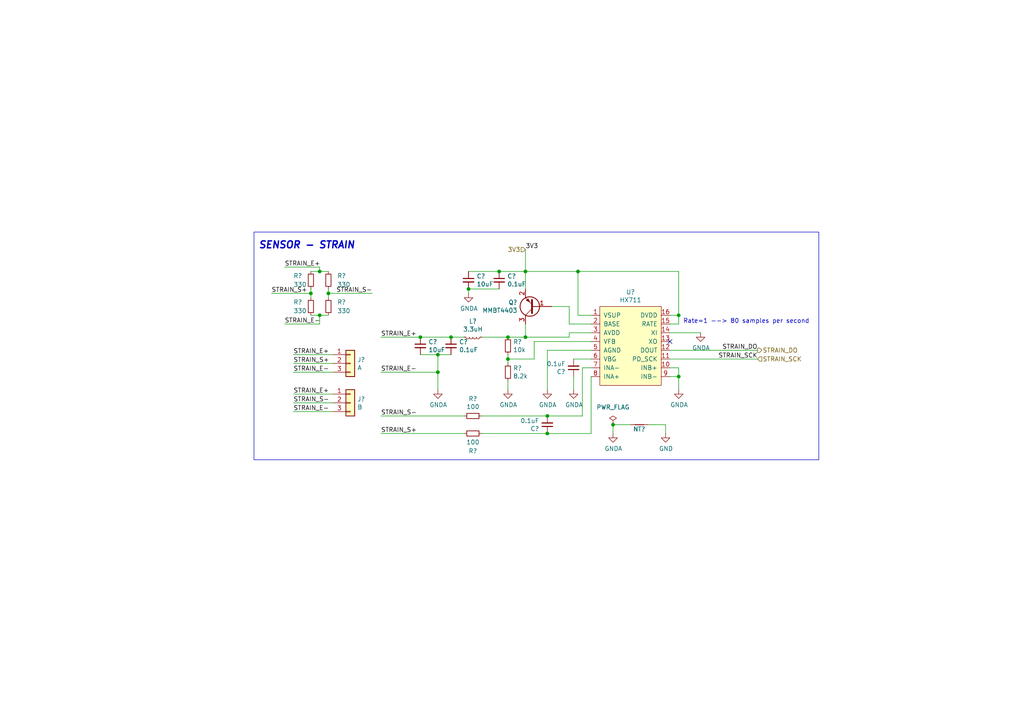
<source format=kicad_sch>
(kicad_sch (version 20230121) (generator eeschema)
  (paper "A4")
  (lib_symbols
    (symbol "Connector_Generic:Conn_01x03" (pin_names (offset 1.016) hide)
      (property "Reference" "J" (at 0 5.08 0))
      (property "Value" "Conn_01x03" (at 0 -5.08 0))
      (symbol "Conn_01x03_1_1"
        (rectangle (start -1.27 -2.413) (end 0 -2.667) (stroke (width 0.1524)))
        (rectangle (start -1.27 0.127) (end 0 -0.127) (stroke (width 0.1524)))
        (rectangle (start -1.27 2.667) (end 0 2.413) (stroke (width 0.1524)))
        (rectangle (start -1.27 3.81) (end 1.27 -3.81) (stroke (width 0.254)) (fill (type background)))
        (pin passive line (at -5.08 2.54 0) (length 3.81) (name "Pin_1") (number "1"))
        (pin passive line (at -5.08 0 0) (length 3.81) (name "Pin_2") (number "2"))
        (pin passive line (at -5.08 -2.54 0) (length 3.81) (name "Pin_3") (number "3"))
      )
    )
    (symbol "Device:C_Small" (pin_numbers hide) (pin_names (offset 0.254) hide)
      (property "Reference" "C" (at 0.254 1.778 0))
      (property "Value" "C_Small" (at 0.254 -2.032 0))
      (symbol "C_Small_0_1"
        (polyline (pts (xy -1.524 -0.508) (xy 1.524 -0.508)) (stroke (width 0.3302)))
        (polyline (pts (xy -1.524 0.508) (xy 1.524 0.508)) (stroke (width 0.3048)))
      )
      (symbol "C_Small_1_1"
        (pin passive line (at 0 2.54 270) (length 2.032) (name "~") (number "1"))
        (pin passive line (at 0 -2.54 90) (length 2.032) (name "~") (number "2"))
      )
    )
    (symbol "Device:L_Small" (pin_numbers hide) (pin_names (offset 0.254) hide)
      (property "Reference" "L" (at 0.762 1.016 0))
      (property "Value" "L_Small" (at 0.762 -1.016 0))
      (symbol "L_Small_0_1"
        (arc (start 0 -2.032) (mid 0.5058 -1.524) (end 0 -1.016))
        (arc (start 0 -1.016) (mid 0.5058 -0.508) (end 0 0))
        (arc (start 0 0) (mid 0.5058 0.508) (end 0 1.016))
        (arc (start 0 1.016) (mid 0.5058 1.524) (end 0 2.032))
      )
      (symbol "L_Small_1_1"
        (pin passive line (at 0 2.54 270) (length 0.508) (name "~") (number "1"))
        (pin passive line (at 0 -2.54 90) (length 0.508) (name "~") (number "2"))
      )
    )
    (symbol "Device:NetTie_2" (pin_numbers hide) (pin_names (offset 0) hide)
      (property "Reference" "NT" (at 0 1.27 0))
      (property "Value" "NetTie_2" (at 0 -1.27 0))
      (symbol "NetTie_2_0_1"
        (polyline (pts (xy -1.27 0) (xy 1.27 0)) (stroke (width 0.254)))
      )
      (symbol "NetTie_2_1_1"
        (pin passive line (at -2.54 0 0) (length 2.54) (name "1") (number "1"))
        (pin passive line (at 2.54 0 180) (length 2.54) (name "2") (number "2"))
      )
    )
    (symbol "Device:Q_PNP_BEC" (pin_names (offset 0) hide)
      (property "Reference" "Q" (at 5.08 1.27 0))
      (property "Value" "Q_PNP_BEC" (at 5.08 -1.27 0))
      (symbol "Q_PNP_BEC_0_1"
        (polyline (pts (xy 0.635 0.635) (xy 2.54 2.54)))
        (polyline (pts (xy 0.635 -0.635) (xy 2.54 -2.54) (xy 2.54 -2.54)))
        (polyline (pts (xy 0.635 1.905) (xy 0.635 -1.905) (xy 0.635 -1.905)) (stroke (width 0.508)))
        (polyline (pts (xy 2.286 -1.778) (xy 1.778 -2.286) (xy 1.27 -1.27) (xy 2.286 -1.778) (xy 2.286 -1.778)) (fill (type outline)))
        (circle (center 1.27 0) (radius 2.8194) (stroke (width 0.254)))
      )
      (symbol "Q_PNP_BEC_1_1"
        (pin input line (at -5.08 0 0) (length 5.715) (name "B") (number "1"))
        (pin passive line (at 2.54 -5.08 90) (length 2.54) (name "E") (number "2"))
        (pin passive line (at 2.54 5.08 270) (length 2.54) (name "C") (number "3"))
      )
    )
    (symbol "Device:R_Small" (pin_numbers hide) (pin_names (offset 0.254) hide)
      (property "Reference" "R" (at 0.762 0.508 0))
      (property "Value" "R_Small" (at 0.762 -1.016 0))
      (symbol "R_Small_0_1"
        (rectangle (start -0.762 1.778) (end 0.762 -1.778) (stroke (width 0.2032)))
      )
      (symbol "R_Small_1_1"
        (pin passive line (at 0 2.54 270) (length 0.762) (name "~") (number "1"))
        (pin passive line (at 0 -2.54 90) (length 0.762) (name "~") (number "2"))
      )
    )
    (symbol "power:GND" (power) (pin_names (offset 0))
      (property "Value" "GND" (at 0 -3.81 0))
      (symbol "GND_0_1"
        (polyline (pts (xy 0 0) (xy 0 -1.27) (xy 1.27 -1.27) (xy 0 -2.54) (xy -1.27 -1.27) (xy 0 -1.27)))
      )
      (symbol "GND_1_1"
        (pin power_in line (at 0 0 270) (length 0) hide (name "GND") (number "1"))
      )
    )
    (symbol "power:GNDA" (power) (pin_names (offset 0))
      (property "Value" "GNDA" (at 0 -3.81 0))
      (symbol "GNDA_0_1"
        (polyline (pts (xy 0 0) (xy 0 -1.27) (xy 1.27 -1.27) (xy 0 -2.54) (xy -1.27 -1.27) (xy 0 -1.27)))
      )
      (symbol "GNDA_1_1"
        (pin power_in line (at 0 0 270) (length 0) hide (name "GNDA") (number "1"))
      )
    )
    (symbol "power:PWR_FLAG" (power) (pin_numbers hide) (pin_names (offset 0) hide)
      (property "Value" "PWR_FLAG" (at 0 3.81 0))
      (symbol "PWR_FLAG_0_0"
        (pin power_out line (at 0 0 90) (length 0) (name "pwr") (number "1"))
      )
      (symbol "PWR_FLAG_0_1"
        (polyline (pts (xy 0 0) (xy 0 1.27) (xy -1.016 1.905) (xy 0 2.54) (xy 1.016 1.905) (xy 0 1.27)))
      )
    )
    (symbol "strain:HX711" (pin_names (offset 1.016))
      (property "Reference" "U" (at 5.08 12.7 0))
      (property "Value" "HX711" (at -5.08 12.7 0))
      (symbol "HX711_0_1"
        (rectangle (start -8.89 11.43) (end 8.89 -11.43) (fill (type background)))
      )
      (symbol "HX711_1_1"
        (pin power_in line (at -11.43 8.89 0) (length 2.54) (name "VSUP") (number "1"))
        (pin input line (at 11.43 -6.35 180) (length 2.54) (name "INB+") (number "10"))
        (pin input line (at 11.43 -3.81 180) (length 2.54) (name "PD_SCK") (number "11"))
        (pin output line (at 11.43 -1.27 180) (length 2.54) (name "DOUT") (number "12"))
        (pin output line (at 11.43 1.27 180) (length 2.54) (name "XO") (number "13"))
        (pin input line (at 11.43 3.81 180) (length 2.54) (name "XI") (number "14"))
        (pin input line (at 11.43 6.35 180) (length 2.54) (name "RATE") (number "15"))
        (pin power_in line (at 11.43 8.89 180) (length 2.54) (name "DVDD") (number "16"))
        (pin output line (at -11.43 6.35 0) (length 2.54) (name "BASE") (number "2"))
        (pin bidirectional line (at -11.43 3.81 0) (length 2.54) (name "AVDD") (number "3"))
        (pin input line (at -11.43 1.27 0) (length 2.54) (name "VFB") (number "4"))
        (pin power_in line (at -11.43 -1.27 0) (length 2.54) (name "AGND") (number "5"))
        (pin output line (at -11.43 -3.81 0) (length 2.54) (name "VBG") (number "6"))
        (pin input line (at -11.43 -6.35 0) (length 2.54) (name "INA-") (number "7"))
        (pin input line (at -11.43 -8.89 0) (length 2.54) (name "INA+") (number "8"))
        (pin input line (at 11.43 -8.89 180) (length 2.54) (name "INB-") (number "9"))
      )
    )
  )
  (junction (at 95.25 85.09))
  (junction (at 90.17 85.09))
  (junction (at 144.78 78.74))
  (junction (at 130.81 97.79))
  (junction (at 177.8 123.19))
  (junction (at 127 107.95))
  (junction (at 147.32 97.79))
  (junction (at 196.85 91.44))
  (junction (at 152.4 78.74))
  (junction (at 135.89 83.82))
  (junction (at 92.71 78.74))
  (junction (at 167.64 78.74))
  (junction (at 196.85 109.22))
  (junction (at 158.75 125.73))
  (junction (at 92.71 91.44))
  (junction (at 147.32 104.14))
  (junction (at 127 102.87))
  (junction (at 152.4 97.79))
  (junction (at 121.92 97.79))
  (junction (at 158.75 120.65))
  (no_connect (at 194.31 99.06))
  (wire (pts (xy 165.1 93.98) (xy 171.45 93.98)))
  (wire (pts (xy 194.31 96.52) (xy 203.2 96.52)))
  (wire (pts (xy 152.4 78.74) (xy 167.64 78.74)))
  (wire (pts (xy 196.85 109.22) (xy 196.85 113.03)))
  (wire (pts (xy 167.64 78.74) (xy 167.64 91.44)))
  (wire (pts (xy 127 102.87) (xy 127 107.95)))
  (wire (pts (xy 171.45 109.22) (xy 171.45 125.73)))
  (wire (pts (xy 196.85 91.44) (xy 194.31 91.44)))
  (wire (pts (xy 171.45 101.6) (xy 158.75 101.6)))
  (wire (pts (xy 166.37 109.22) (xy 166.37 113.03)))
  (wire (pts (xy 194.31 104.14) (xy 219.71 104.14)))
  (wire (pts (xy 95.25 85.09) (xy 107.95 85.09)))
  (wire (pts (xy 166.37 104.14) (xy 171.45 104.14)))
  (wire (pts (xy 196.85 78.74) (xy 196.85 91.44)))
  (wire (pts (xy 85.09 116.84) (xy 96.52 116.84)))
  (wire (pts (xy 167.64 91.44) (xy 171.45 91.44)))
  (wire (pts (xy 92.71 78.74) (xy 95.25 78.74)))
  (wire (pts (xy 110.49 125.73) (xy 134.62 125.73)))
  (wire (pts (xy 152.4 97.79) (xy 165.1 97.79)))
  (wire (pts (xy 127 107.95) (xy 127 113.03)))
  (wire (pts (xy 158.75 125.73) (xy 139.7 125.73)))
  (wire (pts (xy 194.31 109.22) (xy 196.85 109.22)))
  (wire (pts (xy 92.71 91.44) (xy 92.71 93.98)))
  (wire (pts (xy 194.31 93.98) (xy 196.85 93.98)))
  (wire (pts (xy 147.32 97.79) (xy 152.4 97.79)))
  (wire (pts (xy 187.96 123.19) (xy 193.04 123.19)))
  (wire (pts (xy 82.55 77.47) (xy 92.71 77.47)))
  (wire (pts (xy 154.94 104.14) (xy 154.94 99.06)))
  (wire (pts (xy 90.17 85.09) (xy 90.17 86.36)))
  (wire (pts (xy 152.4 93.98) (xy 152.4 97.79)))
  (wire (pts (xy 171.45 106.68) (xy 168.91 106.68)))
  (wire (pts (xy 177.8 123.19) (xy 182.88 123.19)))
  (wire (pts (xy 130.81 97.79) (xy 134.62 97.79)))
  (wire (pts (xy 85.09 102.87) (xy 96.52 102.87)))
  (wire (pts (xy 134.62 120.65) (xy 110.49 120.65)))
  (wire (pts (xy 167.64 78.74) (xy 196.85 78.74)))
  (wire (pts (xy 85.09 107.95) (xy 96.52 107.95)))
  (wire (pts (xy 158.75 120.65) (xy 168.91 120.65)))
  (wire (pts (xy 139.7 97.79) (xy 147.32 97.79)))
  (wire (pts (xy 139.7 120.65) (xy 158.75 120.65)))
  (wire (pts (xy 152.4 78.74) (xy 152.4 83.82)))
  (wire (pts (xy 160.02 88.9) (xy 165.1 88.9)))
  (wire (pts (xy 95.25 83.82) (xy 95.25 85.09)))
  (wire (pts (xy 135.89 85.09) (xy 135.89 83.82)))
  (wire (pts (xy 158.75 125.73) (xy 171.45 125.73)))
  (wire (pts (xy 110.49 107.95) (xy 127 107.95)))
  (wire (pts (xy 193.04 123.19) (xy 193.04 125.73)))
  (wire (pts (xy 90.17 91.44) (xy 92.71 91.44)))
  (wire (pts (xy 147.32 104.14) (xy 154.94 104.14)))
  (wire (pts (xy 82.55 93.98) (xy 92.71 93.98)))
  (wire (pts (xy 196.85 93.98) (xy 196.85 91.44)))
  (wire (pts (xy 90.17 83.82) (xy 90.17 85.09)))
  (wire (pts (xy 194.31 101.6) (xy 219.71 101.6)))
  (wire (pts (xy 177.8 125.73) (xy 177.8 123.19)))
  (wire (pts (xy 165.1 88.9) (xy 165.1 93.98)))
  (wire (pts (xy 121.92 102.87) (xy 127 102.87)))
  (wire (pts (xy 165.1 96.52) (xy 171.45 96.52)))
  (wire (pts (xy 110.49 97.79) (xy 121.92 97.79)))
  (wire (pts (xy 147.32 102.87) (xy 147.32 104.14)))
  (wire (pts (xy 85.09 119.38) (xy 96.52 119.38)))
  (wire (pts (xy 92.71 77.47) (xy 92.71 78.74)))
  (wire (pts (xy 196.85 106.68) (xy 196.85 109.22)))
  (wire (pts (xy 90.17 78.74) (xy 92.71 78.74)))
  (wire (pts (xy 127 102.87) (xy 130.81 102.87)))
  (wire (pts (xy 194.31 106.68) (xy 196.85 106.68)))
  (wire (pts (xy 121.92 97.79) (xy 130.81 97.79)))
  (wire (pts (xy 85.09 105.41) (xy 96.52 105.41)))
  (wire (pts (xy 158.75 101.6) (xy 158.75 113.03)))
  (wire (pts (xy 154.94 99.06) (xy 171.45 99.06)))
  (wire (pts (xy 152.4 72.39) (xy 152.4 78.74)))
  (wire (pts (xy 95.25 85.09) (xy 95.25 86.36)))
  (wire (pts (xy 135.89 78.74) (xy 144.78 78.74)))
  (wire (pts (xy 144.78 78.74) (xy 152.4 78.74)))
  (wire (pts (xy 165.1 97.79) (xy 165.1 96.52)))
  (wire (pts (xy 92.71 91.44) (xy 95.25 91.44)))
  (wire (pts (xy 168.91 106.68) (xy 168.91 120.65)))
  (wire (pts (xy 144.78 83.82) (xy 135.89 83.82)))
  (wire (pts (xy 147.32 113.03) (xy 147.32 110.49)))
  (wire (pts (xy 147.32 105.41) (xy 147.32 104.14)))
  (wire (pts (xy 85.09 114.3) (xy 96.52 114.3)))
  (wire (pts (xy 78.74 85.09) (xy 90.17 85.09)))
  (rectangle (start 73.66 67.31) (end 237.49 133.35))
  (text "Rate=1 --> 80 samples per second" (at 198.12 93.98 0) (effects (font (size 1.27 1.27)) (justify left bottom)))
  (text "SENSOR - STRAIN" (at 74.93 72.39 0) (effects (font (size 2.0066 2.0066) (thickness 0.4013) bold italic) (justify left bottom)))
  (label "STRAIN_E-" (at 85.09 107.95 0))
  (label "STRAIN_S+" (at 110.49 125.73 0))
  (label "STRAIN_S-" (at 85.09 116.84 0))
  (label "STRAIN_E-" (at 85.09 119.38 0))
  (label "STRAIN_E+" (at 85.09 114.3 0))
  (label "STRAIN_E+" (at 82.55 77.47 0))
  (label "STRAIN_S-" (at 110.49 120.65 0))
  (label "STRAIN_E+" (at 85.09 102.87 0))
  (label "STRAIN_E-" (at 110.49 107.95 0))
  (label "STRAIN_S-" (at 107.95 85.09 180))
  (label "STRAIN_DO" (at 219.71 101.6 180))
  (label "STRAIN_E-" (at 82.55 93.98 0))
  (label "STRAIN_S+" (at 85.09 105.41 0))
  (label "STRAIN_S+" (at 78.74 85.09 0))
  (label "STRAIN_E+" (at 110.49 97.79 0))
  (label "3V3" (at 152.4 72.39 0))
  (label "STRAIN_SCK" (at 219.71 104.14 180))
  (hierarchical_label "STRAIN_SCK" (shape input) (at 219.71 104.14 0))
  (hierarchical_label "3V3" (shape input) (at 152.4 72.39 180))
  (hierarchical_label "STRAIN_DO" (shape output) (at 219.71 101.6 0))
  (symbol (lib_id "Device:Q_PNP_BEC") (at 154.94 88.9 180) (unit 1)
    (property "Reference" "Q?" (at 150.0886 87.7316 0) (effects (justify left)))
    (property "Value" "MMBT4403" (at 150.0886 90.043 0) (effects (justify left)))
    (property "Footprint" "Package_TO_SOT_SMD:SOT-23" (effects hide))
    (property "LCSC" "C78864" (effects hide))
    (property "Digikey" "MMBT4403LT1GOSCT-ND" (effects hide))
    (property "Mouser" "241-MMBT4403R100001" (effects hide))
    (instances (project "view_base" (path "" (reference "Q?") (unit 1)) (path "" (reference "Q2") (unit 1))))
  )
  (symbol (lib_id "Device:C_Small") (at 135.89 81.28 0) (unit 1)
    (property "Reference" "C?" (at 138.2268 80.1116 0) (effects (justify left)))
    (property "Value" "10uF" (at 138.2268 82.423 0) (effects (justify left)))
    (property "Footprint" "Capacitor_SMD:C_0805_2012Metric" (effects hide))
    (property "LCSC" "C15850" (effects hide))
    (property "Digikey" "1276-2891-1-ND" (effects hide))
    (property "Mouser" "187-CL21A106KAYNNNE" (effects hide))
    (instances (project "view_base" (path "" (reference "C?") (unit 1)) (path "" (reference "C45") (unit 1))))
  )
  (symbol (lib_id "power:GNDA") (at 203.2 96.52 0) (unit 1)
    (property "Reference" "#PWR?" (effects hide))
    (property "Value" "GNDA" (at 203.327 100.9142 0))
    (instances (project "view_base" (path "" (reference "#PWR?") (unit 1)) (path "" (reference "#PWR036") (unit 1))))
  )
  (symbol (lib_id "Device:C_Small") (at 121.92 100.33 0) (unit 1)
    (property "Reference" "C?" (at 124.2568 99.1616 0) (effects (justify left)))
    (property "Value" "10uF" (at 124.2568 101.473 0) (effects (justify left)))
    (property "Footprint" "Capacitor_SMD:C_0805_2012Metric" (effects hide))
    (property "LCSC" "C15850" (effects hide))
    (property "Digikey" "1276-2891-1-ND" (effects hide))
    (property "Mouser" "187-CL21A106KAYNNNE" (effects hide))
    (instances (project "view_base" (path "" (reference "C?") (unit 1)) (path "" (reference "C43") (unit 1))))
  )
  (symbol (lib_id "Device:R_Small") (at 90.17 81.28 0) (unit 1)
    (property "Reference" "R?" (at 85.09 80.01 0) (effects (justify left)))
    (property "Value" "330" (at 85.09 82.55 0) (effects (justify left)))
    (property "Footprint" "Resistor_SMD:R_2512_6332Metric" (effects hide))
    (property "LCSC" "C19866" (effects hide))
    (instances (project "view_base" (path "" (reference "R?") (unit 1)) (path "" (reference "R26") (unit 1))))
  )
  (symbol (lib_id "Connector_Generic:Conn_01x03") (at 101.6 105.41 0) (unit 1)
    (property "Reference" "J?" (at 103.632 104.3432 0) (effects (justify left)))
    (property "Value" "A" (at 103.632 106.6546 0) (effects (justify left)))
    (property "Footprint" "SolderPads:SolderPads_2mm_3_STRAIN" (effects hide))
    (instances (project "view_base" (path "" (reference "J?") (unit 1)) (path "" (reference "J7") (unit 1))))
  )
  (symbol (lib_id "Device:C_Small") (at 158.75 123.19 180) (unit 1)
    (property "Reference" "C?" (at 156.4132 124.3584 0) (effects (justify left)))
    (property "Value" "0.1uF" (at 156.4132 122.047 0) (effects (justify left)))
    (property "Footprint" "Capacitor_SMD:C_0805_2012Metric" (effects hide))
    (property "LCSC" "C1591" (effects hide))
    (property "Digikey" "1276-1935-1-ND" (effects hide))
    (property "Mouser" "187-CL10B104KB8NNWC" (effects hide))
    (instances (project "view_base" (path "" (reference "C?") (unit 1)) (path "" (reference "C47") (unit 1))))
  )
  (symbol (lib_id "strain:HX711") (at 182.88 100.33 0) (unit 1)
    (property "Reference" "U?" (at 182.88 84.709 0))
    (property "Value" "HX711" (at 182.88 87.0204 0))
    (property "Footprint" "Package_SO:SOIC-16_3.9x9.9mm_P1.27mm" (effects hide))
    (property "LCSC" "C43656" (effects hide))
    (property "Digikey" "N/A" (effects hide))
    (property "Mouser" "N/A" (effects hide))
    (instances (project "view_base" (path "" (reference "U?") (unit 1)) (path "" (reference "U3") (unit 1))))
  )
  (symbol (lib_id "Device:L_Small") (at 137.16 97.79 270) (unit 1)
    (property "Reference" "L?" (at 137.16 93.1926 90))
    (property "Value" "3.3uH" (at 137.16 95.504 90))
    (property "Footprint" "Inductor_SMD:L_0805_2012Metric" (effects hide))
    (property "LCSC" "C307744" (effects hide))
    (property "Digikey" "445-6394-1-ND" (effects hide))
    (property "Mouser" "810-MLZ2012A3R3WT000" (effects hide))
    (instances (project "view_base" (path "" (reference "L?") (unit 1)) (path "" (reference "L3") (unit 1))))
  )
  (symbol (lib_id "Device:R_Small") (at 137.16 120.65 270) (unit 1)
    (property "Reference" "R?" (at 137.16 115.6716 90))
    (property "Value" "100" (at 137.16 117.983 90))
    (property "Footprint" "Resistor_SMD:R_0805_2012Metric" (effects hide))
    (property "LCSC" "C319953" (effects hide))
    (property "Digikey" "RMCF0603FT100RCT-ND" (effects hide))
    (property "Mouser" "652-CR0603FX-1000ELF" (effects hide))
    (instances (project "view_base" (path "" (reference "R?") (unit 1)) (path "" (reference "R30") (unit 1))))
  )
  (symbol (lib_id "power:GNDA") (at 177.8 125.73 0) (unit 1)
    (property "Reference" "#PWR?" (effects hide))
    (property "Value" "GNDA" (at 177.927 130.1242 0))
    (instances (project "view_base" (path "" (reference "#PWR?") (unit 1)) (path "" (reference "#PWR033") (unit 1))))
  )
  (symbol (lib_id "power:GNDA") (at 158.75 113.03 0) (unit 1)
    (property "Reference" "#PWR?" (effects hide))
    (property "Value" "GNDA" (at 158.877 117.4242 0))
    (instances (project "view_base" (path "" (reference "#PWR?") (unit 1)) (path "" (reference "#PWR031") (unit 1))))
  )
  (symbol (lib_id "Device:NetTie_2") (at 185.42 123.19 0) (unit 1) (in_bom no)
    (property "Reference" "NT?" (at 185.42 124.46 0))
    (property "Value" "NetTie_2" (effects hide))
    (property "Footprint" "NetTie:NetTie-2_SMD_Pad0.5mm" (effects hide))
    (instances (project "view_base" (path "" (reference "NT?") (unit 1)) (path "" (reference "NT2") (unit 1))))
  )
  (symbol (lib_id "Device:C_Small") (at 144.78 81.28 0) (unit 1)
    (property "Reference" "C?" (at 147.1168 80.1116 0) (effects (justify left)))
    (property "Value" "0.1uF" (at 147.1168 82.423 0) (effects (justify left)))
    (property "Footprint" "Capacitor_SMD:C_0805_2012Metric" (effects hide))
    (property "LCSC" "C1591" (effects hide))
    (property "Digikey" "1276-1935-1-ND" (effects hide))
    (property "Mouser" "187-CL10B104KB8NNWC" (effects hide))
    (instances (project "view_base" (path "" (reference "C?") (unit 1)) (path "" (reference "C46") (unit 1))))
  )
  (symbol (lib_id "power:GNDA") (at 196.85 113.03 0) (unit 1)
    (property "Reference" "#PWR?" (effects hide))
    (property "Value" "GNDA" (at 196.977 117.4242 0))
    (instances (project "view_base" (path "" (reference "#PWR?") (unit 1)) (path "" (reference "#PWR035") (unit 1))))
  )
  (symbol (lib_id "Device:C_Small") (at 166.37 106.68 180) (unit 1)
    (property "Reference" "C?" (at 164.0332 107.8484 0) (effects (justify left)))
    (property "Value" "0.1uF" (at 164.0332 105.537 0) (effects (justify left)))
    (property "Footprint" "Capacitor_SMD:C_0805_2012Metric" (effects hide))
    (property "LCSC" "C1591" (effects hide))
    (property "Digikey" "1276-1935-1-ND" (effects hide))
    (property "Mouser" "187-CL10B104KB8NNWC" (effects hide))
    (instances (project "view_base" (path "" (reference "C?") (unit 1)) (path "" (reference "C48") (unit 1))))
  )
  (symbol (lib_id "power:GNDA") (at 166.37 113.03 0) (unit 1)
    (property "Reference" "#PWR?" (effects hide))
    (property "Value" "GNDA" (at 166.497 117.4242 0))
    (instances (project "view_base" (path "" (reference "#PWR?") (unit 1)) (path "" (reference "#PWR032") (unit 1))))
  )
  (symbol (lib_id "Device:R_Small") (at 95.25 81.28 180) (unit 1)
    (property "Reference" "R?" (at 97.79 80.0099 0) (effects (justify right)))
    (property "Value" "330" (at 97.79 82.5499 0) (effects (justify right)))
    (property "Footprint" "Resistor_SMD:R_2512_6332Metric" (effects hide))
    (property "LCSC" "C19866" (effects hide))
    (instances (project "view_base" (path "" (reference "R?") (unit 1)) (path "" (reference "R28") (unit 1))))
  )
  (symbol (lib_id "Connector_Generic:Conn_01x03") (at 101.6 116.84 0) (unit 1)
    (property "Reference" "J?" (at 103.632 115.7732 0) (effects (justify left)))
    (property "Value" "B" (at 103.632 118.0846 0) (effects (justify left)))
    (property "Footprint" "SolderPads:SolderPads_2mm_3_STRAIN" (effects hide))
    (instances (project "view_base" (path "" (reference "J?") (unit 1)) (path "" (reference "J8") (unit 1))))
  )
  (symbol (lib_id "power:GNDA") (at 135.89 85.09 0) (unit 1)
    (property "Reference" "#PWR?" (effects hide))
    (property "Value" "GNDA" (at 136.017 89.4842 0))
    (instances (project "view_base" (path "" (reference "#PWR?") (unit 1)) (path "" (reference "#PWR029") (unit 1))))
  )
  (symbol (lib_id "Device:R_Small") (at 95.25 88.9 180) (unit 1)
    (property "Reference" "R?" (at 97.79 87.6299 0) (effects (justify right)))
    (property "Value" "330" (at 97.79 90.1699 0) (effects (justify right)))
    (property "Footprint" "Resistor_SMD:R_2512_6332Metric" (effects hide))
    (property "LCSC" "C19866" (effects hide))
    (instances (project "view_base" (path "" (reference "R?") (unit 1)) (path "" (reference "R29") (unit 1))))
  )
  (symbol (lib_id "power:GND") (at 193.04 125.73 0) (unit 1)
    (property "Reference" "#PWR?" (effects hide))
    (property "Value" "GND" (at 193.167 130.1242 0))
    (instances (project "view_base" (path "" (reference "#PWR?") (unit 1)) (path "" (reference "#PWR034") (unit 1))))
  )
  (symbol (lib_id "Device:R_Small") (at 147.32 107.95 0) (unit 1)
    (property "Reference" "R?" (at 148.8186 106.7816 0) (effects (justify left)))
    (property "Value" "8.2k" (at 148.8186 109.093 0) (effects (justify left)))
    (property "Footprint" "Resistor_SMD:R_0805_2012Metric" (effects hide))
    (property "LCSC" "C114637" (effects hide))
    (property "Digikey" "RMCF0603FT8K20CT-ND" (effects hide))
    (property "Mouser" "652-CR0603FX-8201ELF" (effects hide))
    (instances (project "view_base" (path "" (reference "R?") (unit 1)) (path "" (reference "R33") (unit 1))))
  )
  (symbol (lib_id "Device:C_Small") (at 130.81 100.33 0) (unit 1)
    (property "Reference" "C?" (at 133.1468 99.1616 0) (effects (justify left)))
    (property "Value" "0.1uF" (at 133.1468 101.473 0) (effects (justify left)))
    (property "Footprint" "Capacitor_SMD:C_0805_2012Metric" (effects hide))
    (property "LCSC" "C1591" (effects hide))
    (property "Digikey" "1276-1935-1-ND" (effects hide))
    (property "Mouser" "187-CL10B104KB8NNWC" (effects hide))
    (instances (project "view_base" (path "" (reference "C?") (unit 1)) (path "" (reference "C44") (unit 1))))
  )
  (symbol (lib_id "power:GNDA") (at 127 113.03 0) (unit 1)
    (property "Reference" "#PWR?" (effects hide))
    (property "Value" "GNDA" (at 127.127 117.4242 0))
    (instances (project "view_base" (path "" (reference "#PWR?") (unit 1)) (path "" (reference "#PWR028") (unit 1))))
  )
  (symbol (lib_id "power:GNDA") (at 147.32 113.03 0) (unit 1)
    (property "Reference" "#PWR?" (effects hide))
    (property "Value" "GNDA" (at 147.447 117.4242 0))
    (instances (project "view_base" (path "" (reference "#PWR?") (unit 1)) (path "" (reference "#PWR030") (unit 1))))
  )
  (symbol (lib_id "power:PWR_FLAG") (at 177.8 123.19 0) (unit 1)
    (property "Reference" "#FLG?" (effects hide))
    (property "Value" "PWR_FLAG" (at 177.8 118.11 0))
    (instances (project "view_base" (path "" (reference "#FLG?") (unit 1)) (path "" (reference "#FLG01") (unit 1))))
  )
  (symbol (lib_id "Device:R_Small") (at 137.16 125.73 90) (unit 1)
    (property "Reference" "R?" (at 137.16 130.81 90))
    (property "Value" "100" (at 137.16 128.27 90))
    (property "Footprint" "Resistor_SMD:R_0805_2012Metric" (effects hide))
    (property "LCSC" "C319953" (effects hide))
    (property "Digikey" "RMCF0603FT100RCT-ND" (effects hide))
    (property "Mouser" "652-CR0603FX-1000ELF" (effects hide))
    (instances (project "view_base" (path "" (reference "R?") (unit 1)) (path "" (reference "R31") (unit 1))))
  )
  (symbol (lib_id "Device:R_Small") (at 90.17 88.9 0) (unit 1)
    (property "Reference" "R?" (at 85.09 87.63 0) (effects (justify left)))
    (property "Value" "330" (at 85.09 90.17 0) (effects (justify left)))
    (property "Footprint" "Resistor_SMD:R_2512_6332Metric" (effects hide))
    (property "LCSC" "C19866" (effects hide))
    (instances (project "view_base" (path "" (reference "R?") (unit 1)) (path "" (reference "R27") (unit 1))))
  )
  (symbol (lib_id "Device:R_Small") (at 147.32 100.33 0) (unit 1)
    (property "Reference" "R?" (at 148.8186 99.1616 0) (effects (justify left)))
    (property "Value" "10k" (at 148.8186 101.473 0) (effects (justify left)))
    (property "Footprint" "Resistor_SMD:R_0805_2012Metric" (effects hide))
    (property "LCSC" "C98220" (effects hide))
    (property "Digikey" "RMCF0603JT10K0CT-ND" (effects hide))
    (property "Mouser" "652-CR0603FX-1002ELF" (effects hide))
    (instances (project "view_base" (path "" (reference "R?") (unit 1)) (path "" (reference "R32") (unit 1))))
  )
)
</source>
